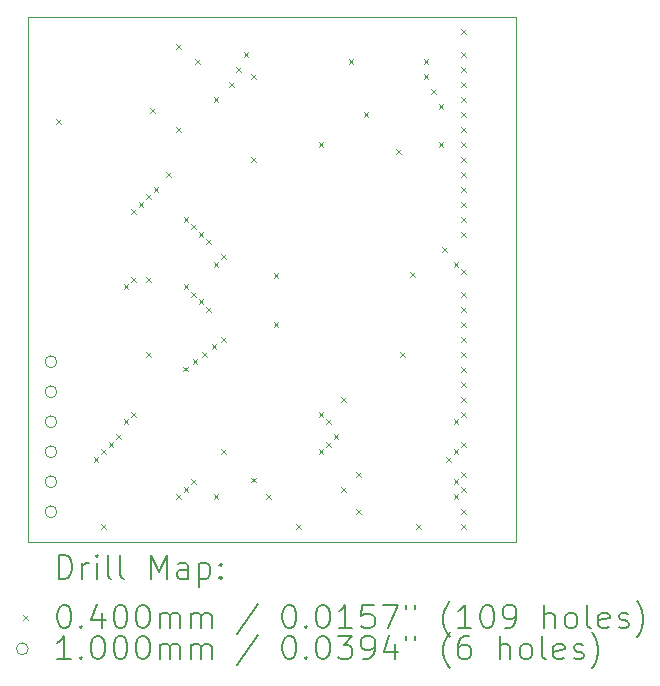
<source format=gbr>
%TF.GenerationSoftware,KiCad,Pcbnew,6.0.8-f2edbf62ab~116~ubuntu22.04.1*%
%TF.CreationDate,2022-10-13T11:14:02+02:00*%
%TF.ProjectId,PCMCIA_SRAM,50434d43-4941-45f5-9352-414d2e6b6963,v1.0*%
%TF.SameCoordinates,Original*%
%TF.FileFunction,Drillmap*%
%TF.FilePolarity,Positive*%
%FSLAX45Y45*%
G04 Gerber Fmt 4.5, Leading zero omitted, Abs format (unit mm)*
G04 Created by KiCad (PCBNEW 6.0.8-f2edbf62ab~116~ubuntu22.04.1) date 2022-10-13 11:14:02*
%MOMM*%
%LPD*%
G01*
G04 APERTURE LIST*
%ADD10C,0.050000*%
%ADD11C,0.200000*%
%ADD12C,0.040000*%
%ADD13C,0.100000*%
G04 APERTURE END LIST*
D10*
X16573500Y-8128000D02*
X20701000Y-8128000D01*
X16573500Y-12573000D02*
X16573500Y-8128000D01*
X20701000Y-12573000D02*
X16573500Y-12573000D01*
X20701000Y-8128000D02*
X20701000Y-12573000D01*
D11*
D12*
X16807500Y-8997000D02*
X16847500Y-9037000D01*
X16847500Y-8997000D02*
X16807500Y-9037000D01*
X17125000Y-11854500D02*
X17165000Y-11894500D01*
X17165000Y-11854500D02*
X17125000Y-11894500D01*
X17188500Y-11791000D02*
X17228500Y-11831000D01*
X17228500Y-11791000D02*
X17188500Y-11831000D01*
X17188500Y-12426000D02*
X17228500Y-12466000D01*
X17228500Y-12426000D02*
X17188500Y-12466000D01*
X17252000Y-11727501D02*
X17292000Y-11767501D01*
X17292000Y-11727501D02*
X17252000Y-11767501D01*
X17315500Y-11664000D02*
X17355500Y-11704000D01*
X17355500Y-11664000D02*
X17315500Y-11704000D01*
X17379000Y-10394000D02*
X17419000Y-10434000D01*
X17419000Y-10394000D02*
X17379000Y-10434000D01*
X17379000Y-11537000D02*
X17419000Y-11577000D01*
X17419000Y-11537000D02*
X17379000Y-11577000D01*
X17442000Y-9759500D02*
X17482000Y-9799500D01*
X17482000Y-9759500D02*
X17442000Y-9799500D01*
X17442500Y-10330500D02*
X17482500Y-10370500D01*
X17482500Y-10330500D02*
X17442500Y-10370500D01*
X17442500Y-11473500D02*
X17482500Y-11513500D01*
X17482500Y-11473500D02*
X17442500Y-11513500D01*
X17506000Y-9695500D02*
X17546000Y-9735500D01*
X17546000Y-9695500D02*
X17506000Y-9735500D01*
X17569000Y-9632500D02*
X17609000Y-9672500D01*
X17609000Y-9632500D02*
X17569000Y-9672500D01*
X17569500Y-10330500D02*
X17609500Y-10370500D01*
X17609500Y-10330500D02*
X17569500Y-10370500D01*
X17569501Y-10965500D02*
X17609501Y-11005500D01*
X17609501Y-10965500D02*
X17569501Y-11005500D01*
X17601250Y-8901750D02*
X17641250Y-8941750D01*
X17641250Y-8901750D02*
X17601250Y-8941750D01*
X17633000Y-9568500D02*
X17673000Y-9608500D01*
X17673000Y-9568500D02*
X17633000Y-9608500D01*
X17737500Y-9441500D02*
X17777500Y-9481500D01*
X17777500Y-9441500D02*
X17737500Y-9481500D01*
X17823500Y-8362000D02*
X17863500Y-8402000D01*
X17863500Y-8362000D02*
X17823500Y-8402000D01*
X17823500Y-9060500D02*
X17863500Y-9100500D01*
X17863500Y-9060500D02*
X17823500Y-9100500D01*
X17823501Y-12172000D02*
X17863501Y-12212000D01*
X17863501Y-12172000D02*
X17823501Y-12212000D01*
X17884500Y-11090000D02*
X17924500Y-11130000D01*
X17924500Y-11090000D02*
X17884500Y-11130000D01*
X17887000Y-9822500D02*
X17927000Y-9862500D01*
X17927000Y-9822500D02*
X17887000Y-9862500D01*
X17887000Y-10394000D02*
X17927000Y-10434000D01*
X17927000Y-10394000D02*
X17887000Y-10434000D01*
X17887000Y-12108500D02*
X17927000Y-12148500D01*
X17927000Y-12108500D02*
X17887000Y-12148500D01*
X17950000Y-9886500D02*
X17990000Y-9926500D01*
X17990000Y-9886500D02*
X17950000Y-9926500D01*
X17950500Y-10457500D02*
X17990500Y-10497500D01*
X17990500Y-10457500D02*
X17950500Y-10497500D01*
X17950500Y-12045000D02*
X17990500Y-12085000D01*
X17990500Y-12045000D02*
X17950500Y-12085000D01*
X17964500Y-11027499D02*
X18004500Y-11067499D01*
X18004500Y-11027499D02*
X17964500Y-11067499D01*
X17982250Y-8489000D02*
X18022250Y-8529000D01*
X18022250Y-8489000D02*
X17982250Y-8529000D01*
X18014000Y-9949500D02*
X18054000Y-9989500D01*
X18054000Y-9949500D02*
X18014000Y-9989500D01*
X18014000Y-10521000D02*
X18054000Y-10561000D01*
X18054000Y-10521000D02*
X18014000Y-10561000D01*
X18044500Y-10965500D02*
X18084500Y-11005500D01*
X18084500Y-10965500D02*
X18044500Y-11005500D01*
X18077000Y-10013500D02*
X18117000Y-10053500D01*
X18117000Y-10013500D02*
X18077000Y-10053500D01*
X18077500Y-10584500D02*
X18117500Y-10624500D01*
X18117500Y-10584500D02*
X18077500Y-10624500D01*
X18124500Y-10902000D02*
X18164500Y-10942000D01*
X18164500Y-10902000D02*
X18124500Y-10942000D01*
X18141000Y-8806500D02*
X18181000Y-8846500D01*
X18181000Y-8806500D02*
X18141000Y-8846500D01*
X18141000Y-10203500D02*
X18181000Y-10243500D01*
X18181000Y-10203500D02*
X18141000Y-10243500D01*
X18141000Y-12172000D02*
X18181000Y-12212000D01*
X18181000Y-12172000D02*
X18141000Y-12212000D01*
X18204500Y-10140000D02*
X18244500Y-10180000D01*
X18244500Y-10140000D02*
X18204500Y-10180000D01*
X18204500Y-10838500D02*
X18244500Y-10878500D01*
X18244500Y-10838500D02*
X18204500Y-10878500D01*
X18204500Y-11791000D02*
X18244500Y-11831000D01*
X18244500Y-11791000D02*
X18204500Y-11831000D01*
X18274501Y-8679200D02*
X18314501Y-8719200D01*
X18314501Y-8679200D02*
X18274501Y-8719200D01*
X18331500Y-8552500D02*
X18371500Y-8592500D01*
X18371500Y-8552500D02*
X18331500Y-8592500D01*
X18395000Y-8425861D02*
X18435000Y-8465861D01*
X18435000Y-8425861D02*
X18395000Y-8465861D01*
X18457000Y-12031000D02*
X18497000Y-12071000D01*
X18497000Y-12031000D02*
X18457000Y-12071000D01*
X18458500Y-8616000D02*
X18498500Y-8656000D01*
X18498500Y-8616000D02*
X18458500Y-8656000D01*
X18458500Y-9314500D02*
X18498500Y-9354500D01*
X18498500Y-9314500D02*
X18458500Y-9354500D01*
X18585500Y-12172000D02*
X18625500Y-12212000D01*
X18625500Y-12172000D02*
X18585500Y-12212000D01*
X18649000Y-10298750D02*
X18689000Y-10338750D01*
X18689000Y-10298750D02*
X18649000Y-10338750D01*
X18649000Y-10711500D02*
X18689000Y-10751500D01*
X18689000Y-10711500D02*
X18649000Y-10751500D01*
X18839500Y-12426000D02*
X18879500Y-12466000D01*
X18879500Y-12426000D02*
X18839500Y-12466000D01*
X19030000Y-9187500D02*
X19070000Y-9227500D01*
X19070000Y-9187500D02*
X19030000Y-9227500D01*
X19030000Y-11473500D02*
X19070000Y-11513500D01*
X19070000Y-11473500D02*
X19030000Y-11513500D01*
X19030000Y-11791000D02*
X19070000Y-11831000D01*
X19070000Y-11791000D02*
X19030000Y-11831000D01*
X19093500Y-11537000D02*
X19133500Y-11577000D01*
X19133500Y-11537000D02*
X19093500Y-11577000D01*
X19093500Y-11727500D02*
X19133500Y-11767500D01*
X19133500Y-11727500D02*
X19093500Y-11767500D01*
X19157000Y-11664000D02*
X19197000Y-11704000D01*
X19197000Y-11664000D02*
X19157000Y-11704000D01*
X19220500Y-11346500D02*
X19260500Y-11386500D01*
X19260500Y-11346500D02*
X19220500Y-11386500D01*
X19220500Y-12108500D02*
X19260500Y-12148500D01*
X19260500Y-12108500D02*
X19220500Y-12148500D01*
X19284071Y-8488930D02*
X19324071Y-8528930D01*
X19324071Y-8488930D02*
X19284071Y-8528930D01*
X19347500Y-11981500D02*
X19387500Y-12021500D01*
X19387500Y-11981500D02*
X19347500Y-12021500D01*
X19347500Y-12299000D02*
X19387500Y-12339000D01*
X19387500Y-12299000D02*
X19347500Y-12339000D01*
X19411000Y-8933500D02*
X19451000Y-8973500D01*
X19451000Y-8933500D02*
X19411000Y-8973500D01*
X19687500Y-9251000D02*
X19727500Y-9291000D01*
X19727500Y-9251000D02*
X19687500Y-9291000D01*
X19721999Y-10965500D02*
X19761999Y-11005500D01*
X19761999Y-10965500D02*
X19721999Y-11005500D01*
X19807894Y-10289844D02*
X19847894Y-10329844D01*
X19847894Y-10289844D02*
X19807894Y-10329844D01*
X19855500Y-12426000D02*
X19895500Y-12466000D01*
X19895500Y-12426000D02*
X19855500Y-12466000D01*
X19919000Y-8489000D02*
X19959000Y-8529000D01*
X19959000Y-8489000D02*
X19919000Y-8529000D01*
X19919000Y-8616000D02*
X19959000Y-8656000D01*
X19959000Y-8616000D02*
X19919000Y-8656000D01*
X19982500Y-8743000D02*
X20022500Y-8783000D01*
X20022500Y-8743000D02*
X19982500Y-8783000D01*
X20046000Y-8870000D02*
X20086000Y-8910000D01*
X20086000Y-8870000D02*
X20046000Y-8910000D01*
X20046000Y-9187500D02*
X20086000Y-9227500D01*
X20086000Y-9187500D02*
X20046000Y-9227500D01*
X20077750Y-10076500D02*
X20117750Y-10116500D01*
X20117750Y-10076500D02*
X20077750Y-10116500D01*
X20109500Y-11854500D02*
X20149500Y-11894500D01*
X20149500Y-11854500D02*
X20109500Y-11894500D01*
X20173000Y-10203500D02*
X20213000Y-10243500D01*
X20213000Y-10203500D02*
X20173000Y-10243500D01*
X20173000Y-11537000D02*
X20213000Y-11577000D01*
X20213000Y-11537000D02*
X20173000Y-11577000D01*
X20173000Y-11791000D02*
X20213000Y-11831000D01*
X20213000Y-11791000D02*
X20173000Y-11831000D01*
X20173000Y-12045000D02*
X20213000Y-12085000D01*
X20213000Y-12045000D02*
X20173000Y-12085000D01*
X20173000Y-12172500D02*
X20213000Y-12212500D01*
X20213000Y-12172500D02*
X20173000Y-12212500D01*
X20236500Y-8235000D02*
X20276500Y-8275000D01*
X20276500Y-8235000D02*
X20236500Y-8275000D01*
X20236500Y-8425500D02*
X20276500Y-8465500D01*
X20276500Y-8425500D02*
X20236500Y-8465500D01*
X20236500Y-8552500D02*
X20276500Y-8592500D01*
X20276500Y-8552500D02*
X20236500Y-8592500D01*
X20236500Y-8679500D02*
X20276500Y-8719500D01*
X20276500Y-8679500D02*
X20236500Y-8719500D01*
X20236500Y-8806500D02*
X20276500Y-8846500D01*
X20276500Y-8806500D02*
X20236500Y-8846500D01*
X20236500Y-8933500D02*
X20276500Y-8973500D01*
X20276500Y-8933500D02*
X20236500Y-8973500D01*
X20236500Y-9060500D02*
X20276500Y-9100500D01*
X20276500Y-9060500D02*
X20236500Y-9100500D01*
X20236500Y-9187500D02*
X20276500Y-9227500D01*
X20276500Y-9187500D02*
X20236500Y-9227500D01*
X20236500Y-9314500D02*
X20276500Y-9354500D01*
X20276500Y-9314500D02*
X20236500Y-9354500D01*
X20236500Y-9441500D02*
X20276500Y-9481500D01*
X20276500Y-9441500D02*
X20236500Y-9481500D01*
X20236500Y-9568500D02*
X20276500Y-9608500D01*
X20276500Y-9568500D02*
X20236500Y-9608500D01*
X20236500Y-9695500D02*
X20276500Y-9735500D01*
X20276500Y-9695500D02*
X20236500Y-9735500D01*
X20236500Y-9822500D02*
X20276500Y-9862500D01*
X20276500Y-9822500D02*
X20236500Y-9862500D01*
X20236500Y-9949500D02*
X20276500Y-9989500D01*
X20276500Y-9949500D02*
X20236500Y-9989500D01*
X20236500Y-10267000D02*
X20276500Y-10307000D01*
X20276500Y-10267000D02*
X20236500Y-10307000D01*
X20236500Y-10457500D02*
X20276500Y-10497500D01*
X20276500Y-10457500D02*
X20236500Y-10497500D01*
X20236500Y-10584500D02*
X20276500Y-10624500D01*
X20276500Y-10584500D02*
X20236500Y-10624500D01*
X20236500Y-10711500D02*
X20276500Y-10751500D01*
X20276500Y-10711500D02*
X20236500Y-10751500D01*
X20236500Y-10838500D02*
X20276500Y-10878500D01*
X20276500Y-10838500D02*
X20236500Y-10878500D01*
X20236500Y-10965500D02*
X20276500Y-11005500D01*
X20276500Y-10965500D02*
X20236500Y-11005500D01*
X20236500Y-11092500D02*
X20276500Y-11132500D01*
X20276500Y-11092500D02*
X20236500Y-11132500D01*
X20236500Y-11219500D02*
X20276500Y-11259500D01*
X20276500Y-11219500D02*
X20236500Y-11259500D01*
X20236500Y-11346500D02*
X20276500Y-11386500D01*
X20276500Y-11346500D02*
X20236500Y-11386500D01*
X20236500Y-11473500D02*
X20276500Y-11513500D01*
X20276500Y-11473500D02*
X20236500Y-11513500D01*
X20236500Y-11727500D02*
X20276500Y-11767500D01*
X20276500Y-11727500D02*
X20236500Y-11767500D01*
X20236500Y-11981500D02*
X20276500Y-12021500D01*
X20276500Y-11981500D02*
X20236500Y-12021500D01*
X20236500Y-12108500D02*
X20276500Y-12148500D01*
X20276500Y-12108500D02*
X20236500Y-12148500D01*
X20236500Y-12426000D02*
X20276500Y-12466000D01*
X20276500Y-12426000D02*
X20236500Y-12466000D01*
X20237000Y-12299500D02*
X20277000Y-12339500D01*
X20277000Y-12299500D02*
X20237000Y-12339500D01*
D13*
X16814000Y-11049000D02*
G75*
G03*
X16814000Y-11049000I-50000J0D01*
G01*
X16814000Y-11303000D02*
G75*
G03*
X16814000Y-11303000I-50000J0D01*
G01*
X16814000Y-11557000D02*
G75*
G03*
X16814000Y-11557000I-50000J0D01*
G01*
X16814000Y-11811000D02*
G75*
G03*
X16814000Y-11811000I-50000J0D01*
G01*
X16814000Y-12065000D02*
G75*
G03*
X16814000Y-12065000I-50000J0D01*
G01*
X16814000Y-12319000D02*
G75*
G03*
X16814000Y-12319000I-50000J0D01*
G01*
D11*
X16828619Y-12885976D02*
X16828619Y-12685976D01*
X16876238Y-12685976D01*
X16904810Y-12695500D01*
X16923857Y-12714548D01*
X16933381Y-12733595D01*
X16942905Y-12771690D01*
X16942905Y-12800262D01*
X16933381Y-12838357D01*
X16923857Y-12857405D01*
X16904810Y-12876452D01*
X16876238Y-12885976D01*
X16828619Y-12885976D01*
X17028619Y-12885976D02*
X17028619Y-12752643D01*
X17028619Y-12790738D02*
X17038143Y-12771690D01*
X17047667Y-12762167D01*
X17066714Y-12752643D01*
X17085762Y-12752643D01*
X17152429Y-12885976D02*
X17152429Y-12752643D01*
X17152429Y-12685976D02*
X17142905Y-12695500D01*
X17152429Y-12705024D01*
X17161952Y-12695500D01*
X17152429Y-12685976D01*
X17152429Y-12705024D01*
X17276238Y-12885976D02*
X17257190Y-12876452D01*
X17247667Y-12857405D01*
X17247667Y-12685976D01*
X17381000Y-12885976D02*
X17361952Y-12876452D01*
X17352429Y-12857405D01*
X17352429Y-12685976D01*
X17609571Y-12885976D02*
X17609571Y-12685976D01*
X17676238Y-12828833D01*
X17742905Y-12685976D01*
X17742905Y-12885976D01*
X17923857Y-12885976D02*
X17923857Y-12781214D01*
X17914333Y-12762167D01*
X17895286Y-12752643D01*
X17857190Y-12752643D01*
X17838143Y-12762167D01*
X17923857Y-12876452D02*
X17904810Y-12885976D01*
X17857190Y-12885976D01*
X17838143Y-12876452D01*
X17828619Y-12857405D01*
X17828619Y-12838357D01*
X17838143Y-12819309D01*
X17857190Y-12809786D01*
X17904810Y-12809786D01*
X17923857Y-12800262D01*
X18019095Y-12752643D02*
X18019095Y-12952643D01*
X18019095Y-12762167D02*
X18038143Y-12752643D01*
X18076238Y-12752643D01*
X18095286Y-12762167D01*
X18104810Y-12771690D01*
X18114333Y-12790738D01*
X18114333Y-12847881D01*
X18104810Y-12866928D01*
X18095286Y-12876452D01*
X18076238Y-12885976D01*
X18038143Y-12885976D01*
X18019095Y-12876452D01*
X18200048Y-12866928D02*
X18209571Y-12876452D01*
X18200048Y-12885976D01*
X18190524Y-12876452D01*
X18200048Y-12866928D01*
X18200048Y-12885976D01*
X18200048Y-12762167D02*
X18209571Y-12771690D01*
X18200048Y-12781214D01*
X18190524Y-12771690D01*
X18200048Y-12762167D01*
X18200048Y-12781214D01*
D12*
X16531000Y-13195500D02*
X16571000Y-13235500D01*
X16571000Y-13195500D02*
X16531000Y-13235500D01*
D11*
X16866714Y-13105976D02*
X16885762Y-13105976D01*
X16904810Y-13115500D01*
X16914333Y-13125024D01*
X16923857Y-13144071D01*
X16933381Y-13182167D01*
X16933381Y-13229786D01*
X16923857Y-13267881D01*
X16914333Y-13286928D01*
X16904810Y-13296452D01*
X16885762Y-13305976D01*
X16866714Y-13305976D01*
X16847667Y-13296452D01*
X16838143Y-13286928D01*
X16828619Y-13267881D01*
X16819095Y-13229786D01*
X16819095Y-13182167D01*
X16828619Y-13144071D01*
X16838143Y-13125024D01*
X16847667Y-13115500D01*
X16866714Y-13105976D01*
X17019095Y-13286928D02*
X17028619Y-13296452D01*
X17019095Y-13305976D01*
X17009571Y-13296452D01*
X17019095Y-13286928D01*
X17019095Y-13305976D01*
X17200048Y-13172643D02*
X17200048Y-13305976D01*
X17152429Y-13096452D02*
X17104810Y-13239309D01*
X17228619Y-13239309D01*
X17342905Y-13105976D02*
X17361952Y-13105976D01*
X17381000Y-13115500D01*
X17390524Y-13125024D01*
X17400048Y-13144071D01*
X17409571Y-13182167D01*
X17409571Y-13229786D01*
X17400048Y-13267881D01*
X17390524Y-13286928D01*
X17381000Y-13296452D01*
X17361952Y-13305976D01*
X17342905Y-13305976D01*
X17323857Y-13296452D01*
X17314333Y-13286928D01*
X17304810Y-13267881D01*
X17295286Y-13229786D01*
X17295286Y-13182167D01*
X17304810Y-13144071D01*
X17314333Y-13125024D01*
X17323857Y-13115500D01*
X17342905Y-13105976D01*
X17533381Y-13105976D02*
X17552429Y-13105976D01*
X17571476Y-13115500D01*
X17581000Y-13125024D01*
X17590524Y-13144071D01*
X17600048Y-13182167D01*
X17600048Y-13229786D01*
X17590524Y-13267881D01*
X17581000Y-13286928D01*
X17571476Y-13296452D01*
X17552429Y-13305976D01*
X17533381Y-13305976D01*
X17514333Y-13296452D01*
X17504810Y-13286928D01*
X17495286Y-13267881D01*
X17485762Y-13229786D01*
X17485762Y-13182167D01*
X17495286Y-13144071D01*
X17504810Y-13125024D01*
X17514333Y-13115500D01*
X17533381Y-13105976D01*
X17685762Y-13305976D02*
X17685762Y-13172643D01*
X17685762Y-13191690D02*
X17695286Y-13182167D01*
X17714333Y-13172643D01*
X17742905Y-13172643D01*
X17761952Y-13182167D01*
X17771476Y-13201214D01*
X17771476Y-13305976D01*
X17771476Y-13201214D02*
X17781000Y-13182167D01*
X17800048Y-13172643D01*
X17828619Y-13172643D01*
X17847667Y-13182167D01*
X17857190Y-13201214D01*
X17857190Y-13305976D01*
X17952429Y-13305976D02*
X17952429Y-13172643D01*
X17952429Y-13191690D02*
X17961952Y-13182167D01*
X17981000Y-13172643D01*
X18009571Y-13172643D01*
X18028619Y-13182167D01*
X18038143Y-13201214D01*
X18038143Y-13305976D01*
X18038143Y-13201214D02*
X18047667Y-13182167D01*
X18066714Y-13172643D01*
X18095286Y-13172643D01*
X18114333Y-13182167D01*
X18123857Y-13201214D01*
X18123857Y-13305976D01*
X18514333Y-13096452D02*
X18342905Y-13353595D01*
X18771476Y-13105976D02*
X18790524Y-13105976D01*
X18809571Y-13115500D01*
X18819095Y-13125024D01*
X18828619Y-13144071D01*
X18838143Y-13182167D01*
X18838143Y-13229786D01*
X18828619Y-13267881D01*
X18819095Y-13286928D01*
X18809571Y-13296452D01*
X18790524Y-13305976D01*
X18771476Y-13305976D01*
X18752429Y-13296452D01*
X18742905Y-13286928D01*
X18733381Y-13267881D01*
X18723857Y-13229786D01*
X18723857Y-13182167D01*
X18733381Y-13144071D01*
X18742905Y-13125024D01*
X18752429Y-13115500D01*
X18771476Y-13105976D01*
X18923857Y-13286928D02*
X18933381Y-13296452D01*
X18923857Y-13305976D01*
X18914333Y-13296452D01*
X18923857Y-13286928D01*
X18923857Y-13305976D01*
X19057190Y-13105976D02*
X19076238Y-13105976D01*
X19095286Y-13115500D01*
X19104810Y-13125024D01*
X19114333Y-13144071D01*
X19123857Y-13182167D01*
X19123857Y-13229786D01*
X19114333Y-13267881D01*
X19104810Y-13286928D01*
X19095286Y-13296452D01*
X19076238Y-13305976D01*
X19057190Y-13305976D01*
X19038143Y-13296452D01*
X19028619Y-13286928D01*
X19019095Y-13267881D01*
X19009571Y-13229786D01*
X19009571Y-13182167D01*
X19019095Y-13144071D01*
X19028619Y-13125024D01*
X19038143Y-13115500D01*
X19057190Y-13105976D01*
X19314333Y-13305976D02*
X19200048Y-13305976D01*
X19257190Y-13305976D02*
X19257190Y-13105976D01*
X19238143Y-13134548D01*
X19219095Y-13153595D01*
X19200048Y-13163119D01*
X19495286Y-13105976D02*
X19400048Y-13105976D01*
X19390524Y-13201214D01*
X19400048Y-13191690D01*
X19419095Y-13182167D01*
X19466714Y-13182167D01*
X19485762Y-13191690D01*
X19495286Y-13201214D01*
X19504810Y-13220262D01*
X19504810Y-13267881D01*
X19495286Y-13286928D01*
X19485762Y-13296452D01*
X19466714Y-13305976D01*
X19419095Y-13305976D01*
X19400048Y-13296452D01*
X19390524Y-13286928D01*
X19571476Y-13105976D02*
X19704810Y-13105976D01*
X19619095Y-13305976D01*
X19771476Y-13105976D02*
X19771476Y-13144071D01*
X19847667Y-13105976D02*
X19847667Y-13144071D01*
X20142905Y-13382167D02*
X20133381Y-13372643D01*
X20114333Y-13344071D01*
X20104810Y-13325024D01*
X20095286Y-13296452D01*
X20085762Y-13248833D01*
X20085762Y-13210738D01*
X20095286Y-13163119D01*
X20104810Y-13134548D01*
X20114333Y-13115500D01*
X20133381Y-13086928D01*
X20142905Y-13077405D01*
X20323857Y-13305976D02*
X20209571Y-13305976D01*
X20266714Y-13305976D02*
X20266714Y-13105976D01*
X20247667Y-13134548D01*
X20228619Y-13153595D01*
X20209571Y-13163119D01*
X20447667Y-13105976D02*
X20466714Y-13105976D01*
X20485762Y-13115500D01*
X20495286Y-13125024D01*
X20504810Y-13144071D01*
X20514333Y-13182167D01*
X20514333Y-13229786D01*
X20504810Y-13267881D01*
X20495286Y-13286928D01*
X20485762Y-13296452D01*
X20466714Y-13305976D01*
X20447667Y-13305976D01*
X20428619Y-13296452D01*
X20419095Y-13286928D01*
X20409571Y-13267881D01*
X20400048Y-13229786D01*
X20400048Y-13182167D01*
X20409571Y-13144071D01*
X20419095Y-13125024D01*
X20428619Y-13115500D01*
X20447667Y-13105976D01*
X20609571Y-13305976D02*
X20647667Y-13305976D01*
X20666714Y-13296452D01*
X20676238Y-13286928D01*
X20695286Y-13258357D01*
X20704810Y-13220262D01*
X20704810Y-13144071D01*
X20695286Y-13125024D01*
X20685762Y-13115500D01*
X20666714Y-13105976D01*
X20628619Y-13105976D01*
X20609571Y-13115500D01*
X20600048Y-13125024D01*
X20590524Y-13144071D01*
X20590524Y-13191690D01*
X20600048Y-13210738D01*
X20609571Y-13220262D01*
X20628619Y-13229786D01*
X20666714Y-13229786D01*
X20685762Y-13220262D01*
X20695286Y-13210738D01*
X20704810Y-13191690D01*
X20942905Y-13305976D02*
X20942905Y-13105976D01*
X21028619Y-13305976D02*
X21028619Y-13201214D01*
X21019095Y-13182167D01*
X21000048Y-13172643D01*
X20971476Y-13172643D01*
X20952429Y-13182167D01*
X20942905Y-13191690D01*
X21152429Y-13305976D02*
X21133381Y-13296452D01*
X21123857Y-13286928D01*
X21114333Y-13267881D01*
X21114333Y-13210738D01*
X21123857Y-13191690D01*
X21133381Y-13182167D01*
X21152429Y-13172643D01*
X21181000Y-13172643D01*
X21200048Y-13182167D01*
X21209571Y-13191690D01*
X21219095Y-13210738D01*
X21219095Y-13267881D01*
X21209571Y-13286928D01*
X21200048Y-13296452D01*
X21181000Y-13305976D01*
X21152429Y-13305976D01*
X21333381Y-13305976D02*
X21314333Y-13296452D01*
X21304810Y-13277405D01*
X21304810Y-13105976D01*
X21485762Y-13296452D02*
X21466714Y-13305976D01*
X21428619Y-13305976D01*
X21409571Y-13296452D01*
X21400048Y-13277405D01*
X21400048Y-13201214D01*
X21409571Y-13182167D01*
X21428619Y-13172643D01*
X21466714Y-13172643D01*
X21485762Y-13182167D01*
X21495286Y-13201214D01*
X21495286Y-13220262D01*
X21400048Y-13239309D01*
X21571476Y-13296452D02*
X21590524Y-13305976D01*
X21628619Y-13305976D01*
X21647667Y-13296452D01*
X21657190Y-13277405D01*
X21657190Y-13267881D01*
X21647667Y-13248833D01*
X21628619Y-13239309D01*
X21600048Y-13239309D01*
X21581000Y-13229786D01*
X21571476Y-13210738D01*
X21571476Y-13201214D01*
X21581000Y-13182167D01*
X21600048Y-13172643D01*
X21628619Y-13172643D01*
X21647667Y-13182167D01*
X21723857Y-13382167D02*
X21733381Y-13372643D01*
X21752429Y-13344071D01*
X21761952Y-13325024D01*
X21771476Y-13296452D01*
X21781000Y-13248833D01*
X21781000Y-13210738D01*
X21771476Y-13163119D01*
X21761952Y-13134548D01*
X21752429Y-13115500D01*
X21733381Y-13086928D01*
X21723857Y-13077405D01*
D13*
X16571000Y-13479500D02*
G75*
G03*
X16571000Y-13479500I-50000J0D01*
G01*
D11*
X16933381Y-13569976D02*
X16819095Y-13569976D01*
X16876238Y-13569976D02*
X16876238Y-13369976D01*
X16857190Y-13398548D01*
X16838143Y-13417595D01*
X16819095Y-13427119D01*
X17019095Y-13550928D02*
X17028619Y-13560452D01*
X17019095Y-13569976D01*
X17009571Y-13560452D01*
X17019095Y-13550928D01*
X17019095Y-13569976D01*
X17152429Y-13369976D02*
X17171476Y-13369976D01*
X17190524Y-13379500D01*
X17200048Y-13389024D01*
X17209571Y-13408071D01*
X17219095Y-13446167D01*
X17219095Y-13493786D01*
X17209571Y-13531881D01*
X17200048Y-13550928D01*
X17190524Y-13560452D01*
X17171476Y-13569976D01*
X17152429Y-13569976D01*
X17133381Y-13560452D01*
X17123857Y-13550928D01*
X17114333Y-13531881D01*
X17104810Y-13493786D01*
X17104810Y-13446167D01*
X17114333Y-13408071D01*
X17123857Y-13389024D01*
X17133381Y-13379500D01*
X17152429Y-13369976D01*
X17342905Y-13369976D02*
X17361952Y-13369976D01*
X17381000Y-13379500D01*
X17390524Y-13389024D01*
X17400048Y-13408071D01*
X17409571Y-13446167D01*
X17409571Y-13493786D01*
X17400048Y-13531881D01*
X17390524Y-13550928D01*
X17381000Y-13560452D01*
X17361952Y-13569976D01*
X17342905Y-13569976D01*
X17323857Y-13560452D01*
X17314333Y-13550928D01*
X17304810Y-13531881D01*
X17295286Y-13493786D01*
X17295286Y-13446167D01*
X17304810Y-13408071D01*
X17314333Y-13389024D01*
X17323857Y-13379500D01*
X17342905Y-13369976D01*
X17533381Y-13369976D02*
X17552429Y-13369976D01*
X17571476Y-13379500D01*
X17581000Y-13389024D01*
X17590524Y-13408071D01*
X17600048Y-13446167D01*
X17600048Y-13493786D01*
X17590524Y-13531881D01*
X17581000Y-13550928D01*
X17571476Y-13560452D01*
X17552429Y-13569976D01*
X17533381Y-13569976D01*
X17514333Y-13560452D01*
X17504810Y-13550928D01*
X17495286Y-13531881D01*
X17485762Y-13493786D01*
X17485762Y-13446167D01*
X17495286Y-13408071D01*
X17504810Y-13389024D01*
X17514333Y-13379500D01*
X17533381Y-13369976D01*
X17685762Y-13569976D02*
X17685762Y-13436643D01*
X17685762Y-13455690D02*
X17695286Y-13446167D01*
X17714333Y-13436643D01*
X17742905Y-13436643D01*
X17761952Y-13446167D01*
X17771476Y-13465214D01*
X17771476Y-13569976D01*
X17771476Y-13465214D02*
X17781000Y-13446167D01*
X17800048Y-13436643D01*
X17828619Y-13436643D01*
X17847667Y-13446167D01*
X17857190Y-13465214D01*
X17857190Y-13569976D01*
X17952429Y-13569976D02*
X17952429Y-13436643D01*
X17952429Y-13455690D02*
X17961952Y-13446167D01*
X17981000Y-13436643D01*
X18009571Y-13436643D01*
X18028619Y-13446167D01*
X18038143Y-13465214D01*
X18038143Y-13569976D01*
X18038143Y-13465214D02*
X18047667Y-13446167D01*
X18066714Y-13436643D01*
X18095286Y-13436643D01*
X18114333Y-13446167D01*
X18123857Y-13465214D01*
X18123857Y-13569976D01*
X18514333Y-13360452D02*
X18342905Y-13617595D01*
X18771476Y-13369976D02*
X18790524Y-13369976D01*
X18809571Y-13379500D01*
X18819095Y-13389024D01*
X18828619Y-13408071D01*
X18838143Y-13446167D01*
X18838143Y-13493786D01*
X18828619Y-13531881D01*
X18819095Y-13550928D01*
X18809571Y-13560452D01*
X18790524Y-13569976D01*
X18771476Y-13569976D01*
X18752429Y-13560452D01*
X18742905Y-13550928D01*
X18733381Y-13531881D01*
X18723857Y-13493786D01*
X18723857Y-13446167D01*
X18733381Y-13408071D01*
X18742905Y-13389024D01*
X18752429Y-13379500D01*
X18771476Y-13369976D01*
X18923857Y-13550928D02*
X18933381Y-13560452D01*
X18923857Y-13569976D01*
X18914333Y-13560452D01*
X18923857Y-13550928D01*
X18923857Y-13569976D01*
X19057190Y-13369976D02*
X19076238Y-13369976D01*
X19095286Y-13379500D01*
X19104810Y-13389024D01*
X19114333Y-13408071D01*
X19123857Y-13446167D01*
X19123857Y-13493786D01*
X19114333Y-13531881D01*
X19104810Y-13550928D01*
X19095286Y-13560452D01*
X19076238Y-13569976D01*
X19057190Y-13569976D01*
X19038143Y-13560452D01*
X19028619Y-13550928D01*
X19019095Y-13531881D01*
X19009571Y-13493786D01*
X19009571Y-13446167D01*
X19019095Y-13408071D01*
X19028619Y-13389024D01*
X19038143Y-13379500D01*
X19057190Y-13369976D01*
X19190524Y-13369976D02*
X19314333Y-13369976D01*
X19247667Y-13446167D01*
X19276238Y-13446167D01*
X19295286Y-13455690D01*
X19304810Y-13465214D01*
X19314333Y-13484262D01*
X19314333Y-13531881D01*
X19304810Y-13550928D01*
X19295286Y-13560452D01*
X19276238Y-13569976D01*
X19219095Y-13569976D01*
X19200048Y-13560452D01*
X19190524Y-13550928D01*
X19409571Y-13569976D02*
X19447667Y-13569976D01*
X19466714Y-13560452D01*
X19476238Y-13550928D01*
X19495286Y-13522357D01*
X19504810Y-13484262D01*
X19504810Y-13408071D01*
X19495286Y-13389024D01*
X19485762Y-13379500D01*
X19466714Y-13369976D01*
X19428619Y-13369976D01*
X19409571Y-13379500D01*
X19400048Y-13389024D01*
X19390524Y-13408071D01*
X19390524Y-13455690D01*
X19400048Y-13474738D01*
X19409571Y-13484262D01*
X19428619Y-13493786D01*
X19466714Y-13493786D01*
X19485762Y-13484262D01*
X19495286Y-13474738D01*
X19504810Y-13455690D01*
X19676238Y-13436643D02*
X19676238Y-13569976D01*
X19628619Y-13360452D02*
X19581000Y-13503309D01*
X19704810Y-13503309D01*
X19771476Y-13369976D02*
X19771476Y-13408071D01*
X19847667Y-13369976D02*
X19847667Y-13408071D01*
X20142905Y-13646167D02*
X20133381Y-13636643D01*
X20114333Y-13608071D01*
X20104810Y-13589024D01*
X20095286Y-13560452D01*
X20085762Y-13512833D01*
X20085762Y-13474738D01*
X20095286Y-13427119D01*
X20104810Y-13398548D01*
X20114333Y-13379500D01*
X20133381Y-13350928D01*
X20142905Y-13341405D01*
X20304810Y-13369976D02*
X20266714Y-13369976D01*
X20247667Y-13379500D01*
X20238143Y-13389024D01*
X20219095Y-13417595D01*
X20209571Y-13455690D01*
X20209571Y-13531881D01*
X20219095Y-13550928D01*
X20228619Y-13560452D01*
X20247667Y-13569976D01*
X20285762Y-13569976D01*
X20304810Y-13560452D01*
X20314333Y-13550928D01*
X20323857Y-13531881D01*
X20323857Y-13484262D01*
X20314333Y-13465214D01*
X20304810Y-13455690D01*
X20285762Y-13446167D01*
X20247667Y-13446167D01*
X20228619Y-13455690D01*
X20219095Y-13465214D01*
X20209571Y-13484262D01*
X20561952Y-13569976D02*
X20561952Y-13369976D01*
X20647667Y-13569976D02*
X20647667Y-13465214D01*
X20638143Y-13446167D01*
X20619095Y-13436643D01*
X20590524Y-13436643D01*
X20571476Y-13446167D01*
X20561952Y-13455690D01*
X20771476Y-13569976D02*
X20752429Y-13560452D01*
X20742905Y-13550928D01*
X20733381Y-13531881D01*
X20733381Y-13474738D01*
X20742905Y-13455690D01*
X20752429Y-13446167D01*
X20771476Y-13436643D01*
X20800048Y-13436643D01*
X20819095Y-13446167D01*
X20828619Y-13455690D01*
X20838143Y-13474738D01*
X20838143Y-13531881D01*
X20828619Y-13550928D01*
X20819095Y-13560452D01*
X20800048Y-13569976D01*
X20771476Y-13569976D01*
X20952429Y-13569976D02*
X20933381Y-13560452D01*
X20923857Y-13541405D01*
X20923857Y-13369976D01*
X21104810Y-13560452D02*
X21085762Y-13569976D01*
X21047667Y-13569976D01*
X21028619Y-13560452D01*
X21019095Y-13541405D01*
X21019095Y-13465214D01*
X21028619Y-13446167D01*
X21047667Y-13436643D01*
X21085762Y-13436643D01*
X21104810Y-13446167D01*
X21114333Y-13465214D01*
X21114333Y-13484262D01*
X21019095Y-13503309D01*
X21190524Y-13560452D02*
X21209571Y-13569976D01*
X21247667Y-13569976D01*
X21266714Y-13560452D01*
X21276238Y-13541405D01*
X21276238Y-13531881D01*
X21266714Y-13512833D01*
X21247667Y-13503309D01*
X21219095Y-13503309D01*
X21200048Y-13493786D01*
X21190524Y-13474738D01*
X21190524Y-13465214D01*
X21200048Y-13446167D01*
X21219095Y-13436643D01*
X21247667Y-13436643D01*
X21266714Y-13446167D01*
X21342905Y-13646167D02*
X21352429Y-13636643D01*
X21371476Y-13608071D01*
X21381000Y-13589024D01*
X21390524Y-13560452D01*
X21400048Y-13512833D01*
X21400048Y-13474738D01*
X21390524Y-13427119D01*
X21381000Y-13398548D01*
X21371476Y-13379500D01*
X21352429Y-13350928D01*
X21342905Y-13341405D01*
M02*

</source>
